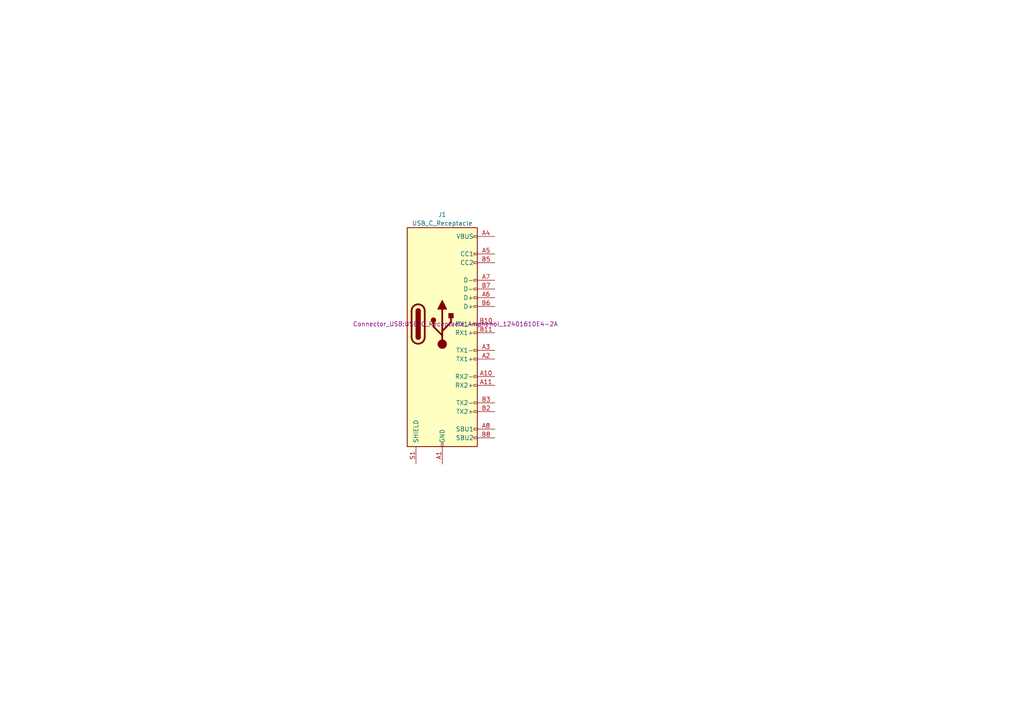
<source format=kicad_sch>
(kicad_sch (version 20230121) (generator eeschema)
  (paper "A4")
  (lib_symbols
    (symbol "Connector:USB_C_Receptacle" (pin_names (offset 1.016))
      (property "Reference" "J" (at -10.16 29.21 0))
      (property "Value" "USB_C_Receptacle" (at 10.16 29.21 0))
      (symbol "USB_C_Receptacle_0_0"
        (rectangle (start -0.254 -35.56) (end 0.254 -34.544))
        (rectangle (start 10.16 -32.766) (end 9.144 -33.274))
        (rectangle (start 10.16 -30.226) (end 9.144 -30.734))
        (rectangle (start 10.16 -25.146) (end 9.144 -25.654))
        (rectangle (start 10.16 -22.606) (end 9.144 -23.114))
        (rectangle (start 10.16 -17.526) (end 9.144 -18.034))
        (rectangle (start 10.16 -14.986) (end 9.144 -15.494))
        (rectangle (start 10.16 -9.906) (end 9.144 -10.414))
        (rectangle (start 10.16 -7.366) (end 9.144 -7.874))
        (rectangle (start 10.16 -2.286) (end 9.144 -2.794))
        (rectangle (start 10.16 0.254) (end 9.144 -0.254))
        (rectangle (start 10.16 5.334) (end 9.144 4.826))
        (rectangle (start 10.16 7.874) (end 9.144 7.366))
        (rectangle (start 10.16 10.414) (end 9.144 9.906))
        (rectangle (start 10.16 12.954) (end 9.144 12.446))
        (rectangle (start 10.16 18.034) (end 9.144 17.526))
        (rectangle (start 10.16 20.574) (end 9.144 20.066))
        (rectangle (start 10.16 25.654) (end 9.144 25.146))
      )
      (symbol "USB_C_Receptacle_0_1"
        (rectangle (start -10.16 27.94) (end 10.16 -35.56) (stroke (width 0.254)) (fill (type background)))
        (arc (start -8.89 -3.81) (mid -6.985 -5.7067) (end -5.08 -3.81) (stroke (width 0.508)))
        (arc (start -7.62 -3.81) (mid -6.985 -4.4423) (end -6.35 -3.81) (stroke (width 0.254)))
        (arc (start -7.62 -3.81) (mid -6.985 -4.4423) (end -6.35 -3.81) (stroke (width 0.254)) (fill (type outline)))
        (rectangle (start -7.62 -3.81) (end -6.35 3.81) (stroke (width 0.254)) (fill (type outline)))
        (arc (start -6.35 3.81) (mid -6.985 4.4423) (end -7.62 3.81) (stroke (width 0.254)))
        (arc (start -6.35 3.81) (mid -6.985 4.4423) (end -7.62 3.81) (stroke (width 0.254)) (fill (type outline)))
        (arc (start -5.08 3.81) (mid -6.985 5.7067) (end -8.89 3.81) (stroke (width 0.508)))
        (polyline (pts (xy -8.89 -3.81) (xy -8.89 3.81)) (stroke (width 0.508)))
        (polyline (pts (xy -5.08 3.81) (xy -5.08 -3.81)) (stroke (width 0.508)))
      )
      (symbol "USB_C_Receptacle_1_1"
        (circle (center -2.54 1.143) (radius 0.635) (stroke (width 0.254)) (fill (type outline)))
        (circle (center 0 -5.842) (radius 1.27) (fill (type outline)))
        (polyline (pts (xy 0 -5.842) (xy 0 4.318)) (stroke (width 0.508)))
        (polyline (pts (xy 0 -3.302) (xy -2.54 -0.762) (xy -2.54 0.508)) (stroke (width 0.508)))
        (polyline (pts (xy 0 -2.032) (xy 2.54 0.508) (xy 2.54 1.778)) (stroke (width 0.508)))
        (polyline (pts (xy -1.27 4.318) (xy 0 6.858) (xy 1.27 4.318) (xy -1.27 4.318)) (stroke (width 0.254)) (fill (type outline)))
        (rectangle (start 1.905 1.778) (end 3.175 3.048) (stroke (width 0.254)) (fill (type outline)))
        (pin passive line (at 0 -40.64 90) (length 5.08) (name "GND") (number "A1"))
        (pin bidirectional line (at 15.24 -15.24 180) (length 5.08) (name "RX2-") (number "A10"))
        (pin bidirectional line (at 15.24 -17.78 180) (length 5.08) (name "RX2+") (number "A11"))
        (pin passive line (at 0 -40.64 90) (length 5.08) hide (name "GND") (number "A12"))
        (pin bidirectional line (at 15.24 -10.16 180) (length 5.08) (name "TX1+") (number "A2"))
        (pin bidirectional line (at 15.24 -7.62 180) (length 5.08) (name "TX1-") (number "A3"))
        (pin passive line (at 15.24 25.4 180) (length 5.08) (name "VBUS") (number "A4"))
        (pin bidirectional line (at 15.24 20.32 180) (length 5.08) (name "CC1") (number "A5"))
        (pin bidirectional line (at 15.24 7.62 180) (length 5.08) (name "D+") (number "A6"))
        (pin bidirectional line (at 15.24 12.7 180) (length 5.08) (name "D-") (number "A7"))
        (pin bidirectional line (at 15.24 -30.48 180) (length 5.08) (name "SBU1") (number "A8"))
        (pin passive line (at 15.24 25.4 180) (length 5.08) hide (name "VBUS") (number "A9"))
        (pin passive line (at 0 -40.64 90) (length 5.08) hide (name "GND") (number "B1"))
        (pin bidirectional line (at 15.24 0 180) (length 5.08) (name "RX1-") (number "B10"))
        (pin bidirectional line (at 15.24 -2.54 180) (length 5.08) (name "RX1+") (number "B11"))
        (pin passive line (at 0 -40.64 90) (length 5.08) hide (name "GND") (number "B12"))
        (pin bidirectional line (at 15.24 -25.4 180) (length 5.08) (name "TX2+") (number "B2"))
        (pin bidirectional line (at 15.24 -22.86 180) (length 5.08) (name "TX2-") (number "B3"))
        (pin passive line (at 15.24 25.4 180) (length 5.08) hide (name "VBUS") (number "B4"))
        (pin bidirectional line (at 15.24 17.78 180) (length 5.08) (name "CC2") (number "B5"))
        (pin bidirectional line (at 15.24 5.08 180) (length 5.08) (name "D+") (number "B6"))
        (pin bidirectional line (at 15.24 10.16 180) (length 5.08) (name "D-") (number "B7"))
        (pin bidirectional line (at 15.24 -33.02 180) (length 5.08) (name "SBU2") (number "B8"))
        (pin passive line (at 15.24 25.4 180) (length 5.08) hide (name "VBUS") (number "B9"))
        (pin passive line (at -7.62 -40.64 90) (length 5.08) (name "SHIELD") (number "S1"))
      )
    )
  )
  (symbol (lib_id "Connector:USB_C_Receptacle") (at 128.27 93.98 0) (unit 1)
    (property "Reference" "J1" (at 128.27 62.23 0))
    (property "Value" "USB_C_Receptacle" (at 128.27 64.77 0))
    (property "Footprint" "Connector_USB:USB_C_Receptacle_Amphenol_12401610E4-2A" (at 132.08 93.98 0))
    (property "Datasheet" "https://www.usb.org/sites/default/files/documents/usb_type-c.zip" (effects hide))
  )
)
</source>
